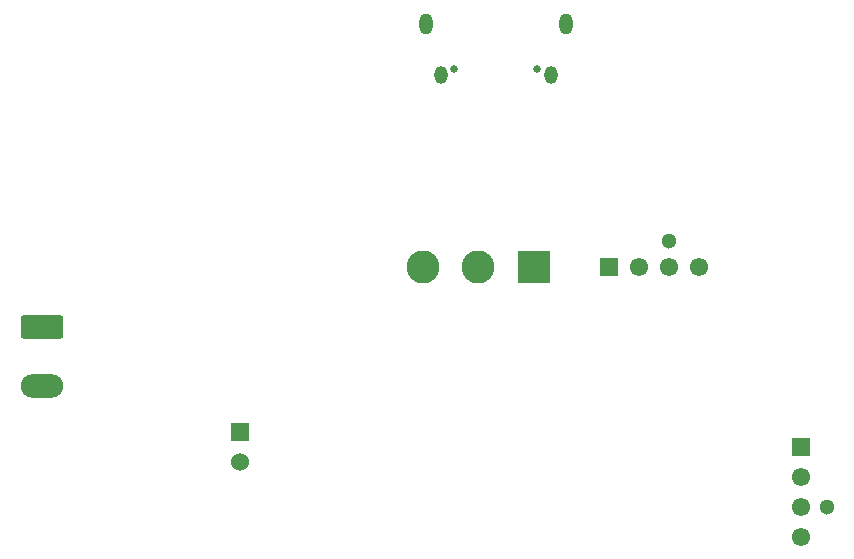
<source format=gbr>
%TF.GenerationSoftware,KiCad,Pcbnew,7.0.7*%
%TF.CreationDate,2023-10-17T17:05:39-05:00*%
%TF.ProjectId,IGVC-CBV1,49475643-2d43-4425-9631-2e6b69636164,rev?*%
%TF.SameCoordinates,Original*%
%TF.FileFunction,Soldermask,Bot*%
%TF.FilePolarity,Negative*%
%FSLAX46Y46*%
G04 Gerber Fmt 4.6, Leading zero omitted, Abs format (unit mm)*
G04 Created by KiCad (PCBNEW 7.0.7) date 2023-10-17 17:05:39*
%MOMM*%
%LPD*%
G01*
G04 APERTURE LIST*
G04 Aperture macros list*
%AMRoundRect*
0 Rectangle with rounded corners*
0 $1 Rounding radius*
0 $2 $3 $4 $5 $6 $7 $8 $9 X,Y pos of 4 corners*
0 Add a 4 corners polygon primitive as box body*
4,1,4,$2,$3,$4,$5,$6,$7,$8,$9,$2,$3,0*
0 Add four circle primitives for the rounded corners*
1,1,$1+$1,$2,$3*
1,1,$1+$1,$4,$5*
1,1,$1+$1,$6,$7*
1,1,$1+$1,$8,$9*
0 Add four rect primitives between the rounded corners*
20,1,$1+$1,$2,$3,$4,$5,0*
20,1,$1+$1,$4,$5,$6,$7,0*
20,1,$1+$1,$6,$7,$8,$9,0*
20,1,$1+$1,$8,$9,$2,$3,0*%
G04 Aperture macros list end*
%ADD10R,1.530000X1.530000*%
%ADD11C,1.530000*%
%ADD12R,2.794000X2.794000*%
%ADD13C,2.794000*%
%ADD14O,1.104000X1.504000*%
%ADD15O,1.104000X1.804000*%
%ADD16C,0.650000*%
%ADD17RoundRect,0.250000X-1.550000X0.750000X-1.550000X-0.750000X1.550000X-0.750000X1.550000X0.750000X0*%
%ADD18O,3.600000X2.000000*%
%ADD19C,1.300000*%
%ADD20C,1.550000*%
G04 APERTURE END LIST*
D10*
%TO.C,J4*%
X132356875Y-97479250D03*
D11*
X132356875Y-100019250D03*
%TD*%
D12*
%TO.C,SW1*%
X157239375Y-83509250D03*
D13*
X152540375Y-83509250D03*
X147841375Y-83509250D03*
%TD*%
D14*
%TO.C,J3*%
X149343375Y-67289250D03*
X158643375Y-67289250D03*
D15*
X148073375Y-62969250D03*
X159913375Y-62969250D03*
D16*
X150493375Y-66819250D03*
X157493375Y-66819250D03*
%TD*%
D17*
%TO.C,J5*%
X115550875Y-88629250D03*
D18*
X115550875Y-93629250D03*
%TD*%
D19*
%TO.C,J2*%
X182005375Y-103829250D03*
D10*
X179845375Y-98749250D03*
D20*
X179845375Y-101289250D03*
X179845375Y-103829250D03*
X179845375Y-106369250D03*
%TD*%
D19*
%TO.C,J1*%
X168669375Y-81349250D03*
D10*
X163589375Y-83509250D03*
D20*
X166129375Y-83509250D03*
X168669375Y-83509250D03*
X171209375Y-83509250D03*
%TD*%
M02*

</source>
